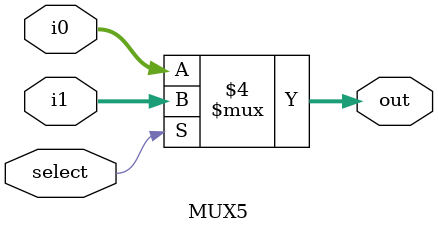
<source format=sv>
module MUX5
(
    input select,
    input [4:0] i0, i1,
    output reg [4:0] out
);

always @(*) begin
    if(select == 1'b0) begin
        out <= i0;
    end
    else begin
        out <= i1;
    end
end
endmodule
</source>
